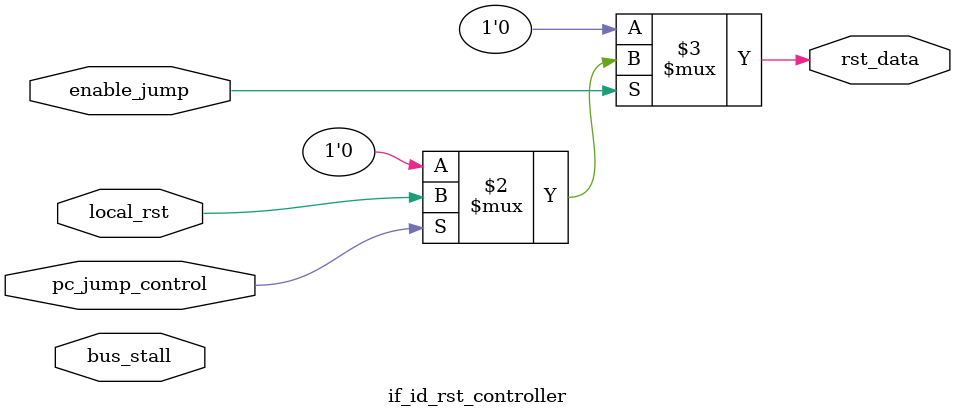
<source format=sv>
`timescale 1ns/10ps

module if_id_rst_controller(
						local_rst,
						//global_rst,
						pc_jump_control,
						enable_jump,
						bus_stall,
						
						rst_data
						);
output logic rst_data;

input  logic pc_jump_control;
input  logic local_rst;
//input  logic global_rst;
input  logic enable_jump;
input  logic bus_stall;

always_comb
begin
    //rst_data=bus_stall?1'b0:( enable_jump ? ( pc_jump_control ? local_rst:1'b0) :1'b0);
    //rst_data=bus_stall?1'b0:( enable_jump ? ( pc_jump_control ? local_rst:1'b0) :1'b0);
    rst_data=enable_jump ?( pc_jump_control ? local_rst:1'b0) :1'b0;
end

endmodule
</source>
